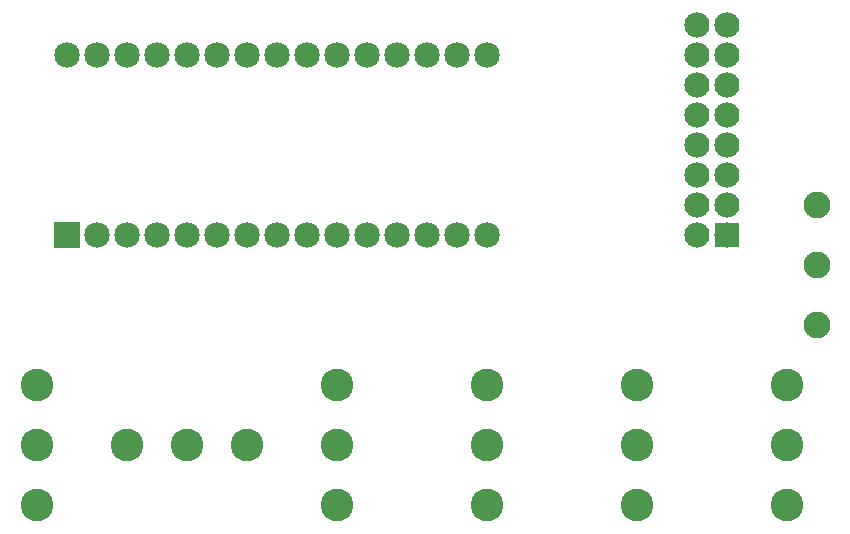
<source format=gbs>
G04 MADE WITH FRITZING*
G04 WWW.FRITZING.ORG*
G04 DOUBLE SIDED*
G04 HOLES PLATED*
G04 CONTOUR ON CENTER OF CONTOUR VECTOR*
%ASAXBY*%
%FSLAX23Y23*%
%MOIN*%
%OFA0B0*%
%SFA1.0B1.0*%
%ADD10C,0.085000*%
%ADD11C,0.089370*%
%ADD12C,0.109055*%
%ADD13C,0.084000*%
%ADD14R,0.085000X0.085000*%
%ADD15R,0.084000X0.084000*%
%LNMASK0*%
G90*
G70*
G54D10*
X276Y1062D03*
X276Y1662D03*
X376Y1062D03*
X376Y1662D03*
X476Y1062D03*
X476Y1662D03*
X576Y1062D03*
X576Y1662D03*
X676Y1062D03*
X676Y1662D03*
X776Y1062D03*
X776Y1662D03*
X876Y1062D03*
X876Y1662D03*
X976Y1062D03*
X976Y1662D03*
X1076Y1062D03*
X1076Y1662D03*
X1176Y1062D03*
X1176Y1662D03*
X1276Y1062D03*
X1276Y1662D03*
X1376Y1062D03*
X1376Y1662D03*
X1476Y1062D03*
X1476Y1662D03*
X1576Y1062D03*
X1576Y1662D03*
X1676Y1062D03*
X1676Y1662D03*
G54D11*
X2776Y1162D03*
X2776Y962D03*
X2776Y762D03*
G54D12*
X2676Y562D03*
X2676Y362D03*
X2676Y162D03*
X2176Y562D03*
X2176Y362D03*
X2176Y162D03*
X1676Y562D03*
X1676Y362D03*
X1676Y162D03*
X1176Y562D03*
X1176Y362D03*
X1176Y162D03*
X876Y362D03*
X676Y362D03*
X476Y362D03*
X176Y562D03*
X176Y362D03*
X176Y162D03*
G54D13*
X2376Y1062D03*
X2376Y1162D03*
X2376Y1262D03*
X2376Y1362D03*
X2376Y1462D03*
X2376Y1562D03*
X2376Y1662D03*
X2376Y1762D03*
X2476Y1062D03*
X2476Y1162D03*
X2476Y1262D03*
X2476Y1362D03*
X2476Y1462D03*
X2476Y1562D03*
X2476Y1662D03*
X2476Y1762D03*
G54D14*
X276Y1062D03*
G54D15*
X2476Y1062D03*
G04 End of Mask0*
M02*
</source>
